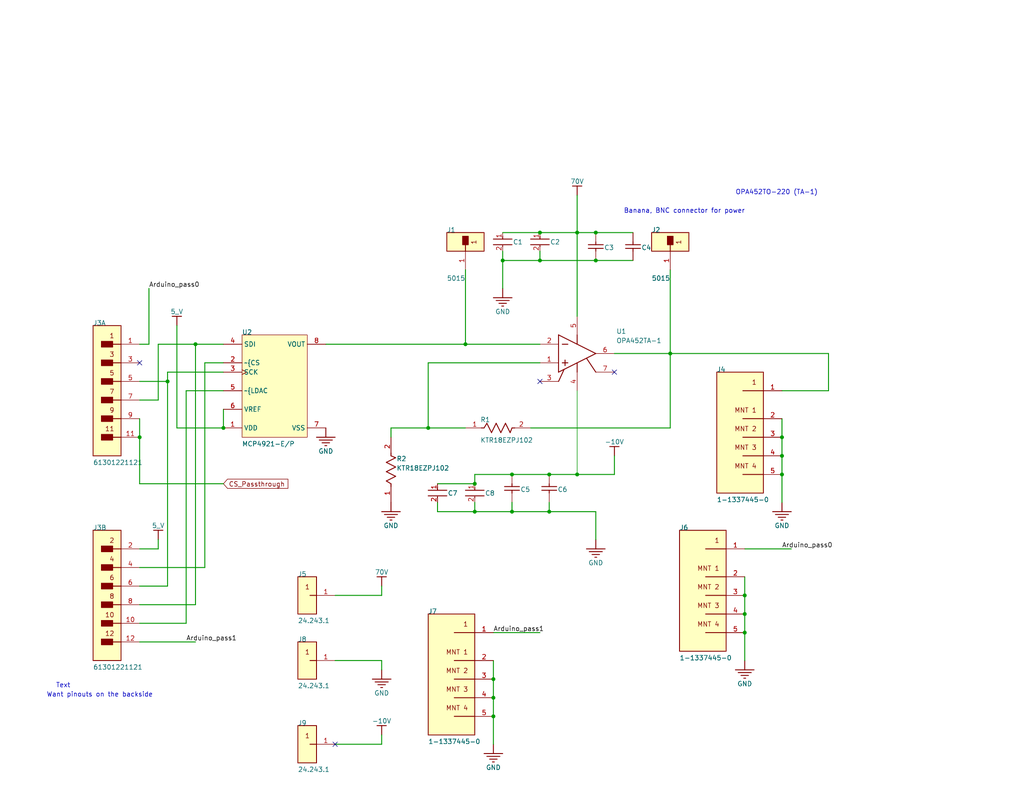
<source format=kicad_sch>
(kicad_sch (version 20211123) (generator eeschema)
  (paper "A")
  (lib_symbols
    (symbol "ramp_generator-altium-import:-10V" (power)
      (property "Reference" "#PWR" (at 0 0 0))
      (property "Value" "-10V" (at 0 3.81 0))
      (symbol "-10V_0_0"
        (polyline (pts (xy -1.27 -2.54) (xy 1.27 -2.54)) (stroke (width 0.254)))
        (polyline (pts (xy 0 0) (xy 0 -2.54)) (stroke (width 0.254)))
        (pin power_in line (at 0 0 0) (length 0) hide (name "-10V") (number ""))
      )
    )
    (symbol "ramp_generator-altium-import:0_1029c3af85768c4190bb7ad29bc67b5"
      (property "Value" "0_1029c3af85768c4190bb7ad29bc67b5" (at 0 0 0))
      (symbol "0_1029c3af85768c4190bb7ad29bc67b5_1_0"
        (polyline (pts (xy 5.08 0) (xy 4.318 0)) (stroke (width 0.254)))
        (polyline (pts (xy 5.08 0) (xy 5.842 1.27)) (stroke (width 0.254)))
        (polyline (pts (xy 5.842 1.27) (xy 7.112 -1.27)) (stroke (width 0.254)))
        (polyline (pts (xy 7.112 -1.27) (xy 8.382 1.27)) (stroke (width 0.254)))
        (polyline (pts (xy 8.382 1.27) (xy 9.652 -1.27)) (stroke (width 0.254)))
        (polyline (pts (xy 9.652 -1.27) (xy 10.922 1.27)) (stroke (width 0.254)))
        (polyline (pts (xy 10.922 1.27) (xy 12.192 -1.27)) (stroke (width 0.254)))
        (polyline (pts (xy 12.192 -1.27) (xy 12.7 0)) (stroke (width 0.254)))
        (polyline (pts (xy 12.7 0) (xy 13.462 0)) (stroke (width 0.254)))
        (pin passive line (at 0 0 0) (length 5.08) (name "1") (number "1"))
        (pin passive line (at 17.78 0 180) (length 5.08) (name "2") (number "2"))
      )
    )
    (symbol "ramp_generator-altium-import:0_11868f565c42a9108669ba33697ecf6"
      (property "Value" "0_11868f565c42a9108669ba33697ecf6" (at 0 0 0))
      (symbol "0_11868f565c42a9108669ba33697ecf6_1_0"
        (polyline (pts (xy 0 -3.556) (xy 0 -3.81)) (stroke (width 0.254)))
        (polyline (pts (xy 0 -1.778) (xy 0 -1.016)) (stroke (width 0.254)))
        (polyline (pts (xy 2.54 -3.302) (xy -2.54 -3.302)) (stroke (width 0.254)))
        (polyline (pts (xy 2.54 -1.778) (xy -2.54 -1.778)) (stroke (width 0.254)))
        (pin passive line (at 0 0 270) (length 1.778) (name "1") (number "1"))
        (pin passive line (at 0 -5.08 90) (length 1.524) (name "2") (number "2"))
      )
    )
    (symbol "ramp_generator-altium-import:0_803cea653fbe7ecf087c1bc3cef566d"
      (property "Value" "0_803cea653fbe7ecf087c1bc3cef566d" (at 0 0 0))
      (symbol "0_803cea653fbe7ecf087c1bc3cef566d_1_0"
        (rectangle (start -7.366 -24.638) (end -10.414 -26.162) (stroke (width 0.254)) (fill (type outline)))
        (rectangle (start -7.366 -19.558) (end -10.414 -21.082) (stroke (width 0.254)) (fill (type outline)))
        (rectangle (start -7.366 -14.478) (end -10.414 -16.002) (stroke (width 0.254)) (fill (type outline)))
        (rectangle (start -7.366 -9.398) (end -10.414 -10.922) (stroke (width 0.254)) (fill (type outline)))
        (rectangle (start -7.366 -4.318) (end -10.414 -5.842) (stroke (width 0.254)) (fill (type outline)))
        (rectangle (start -7.366 0.762) (end -10.414 -0.762) (stroke (width 0.254)) (fill (type outline)))
        (rectangle (start -5.08 5.08) (end -12.7 -30.48) (stroke (width 0.254)) (fill (type background)))
        (polyline (pts (xy -8.128 -25.4) (xy -5.08 -25.4)) (stroke (width 0.254)))
        (polyline (pts (xy -8.128 -20.32) (xy -5.08 -20.32)) (stroke (width 0.254)))
        (polyline (pts (xy -8.128 -15.24) (xy -5.08 -15.24)) (stroke (width 0.254)))
        (polyline (pts (xy -8.128 -10.16) (xy -5.08 -10.16)) (stroke (width 0.254)))
        (polyline (pts (xy -8.128 -5.08) (xy -5.08 -5.08)) (stroke (width 0.254)))
        (polyline (pts (xy -8.128 0) (xy -5.08 0)) (stroke (width 0.254)))
        (text "1" (at -6.858 3.048 0) (effects (font (size 1.27 1.27)) (justify right top)))
        (text "11" (at -6.858 -22.352 0) (effects (font (size 1.27 1.27)) (justify right top)))
        (text "3" (at -6.858 -2.032 0) (effects (font (size 1.27 1.27)) (justify right top)))
        (text "5" (at -6.858 -7.112 0) (effects (font (size 1.27 1.27)) (justify right top)))
        (text "7" (at -6.858 -12.192 0) (effects (font (size 1.27 1.27)) (justify right top)))
        (text "9" (at -6.858 -17.272 0) (effects (font (size 1.27 1.27)) (justify right top)))
        (pin passive line (at 0 0 180) (length 5.08) (name "1") (number "1"))
        (pin passive line (at 0 -25.4 180) (length 5.08) (name "11") (number "11"))
        (pin passive line (at 0 -5.08 180) (length 5.08) (name "3") (number "3"))
        (pin passive line (at 0 -10.16 180) (length 5.08) (name "5") (number "5"))
        (pin passive line (at 0 -15.24 180) (length 5.08) (name "7") (number "7"))
        (pin passive line (at 0 -20.32 180) (length 5.08) (name "9") (number "9"))
      )
      (symbol "0_803cea653fbe7ecf087c1bc3cef566d_2_0"
        (rectangle (start -7.366 -24.638) (end -10.414 -26.162) (stroke (width 0.254)) (fill (type outline)))
        (rectangle (start -7.366 -19.558) (end -10.414 -21.082) (stroke (width 0.254)) (fill (type outline)))
        (rectangle (start -7.366 -14.478) (end -10.414 -16.002) (stroke (width 0.254)) (fill (type outline)))
        (rectangle (start -7.366 -9.398) (end -10.414 -10.922) (stroke (width 0.254)) (fill (type outline)))
        (rectangle (start -7.366 -4.318) (end -10.414 -5.842) (stroke (width 0.254)) (fill (type outline)))
        (rectangle (start -7.366 0.762) (end -10.414 -0.762) (stroke (width 0.254)) (fill (type outline)))
        (rectangle (start -5.08 5.08) (end -12.7 -30.48) (stroke (width 0.254)) (fill (type background)))
        (polyline (pts (xy -8.128 -25.4) (xy -5.08 -25.4)) (stroke (width 0.254)))
        (polyline (pts (xy -8.128 -20.32) (xy -5.08 -20.32)) (stroke (width 0.254)))
        (polyline (pts (xy -8.128 -15.24) (xy -5.08 -15.24)) (stroke (width 0.254)))
        (polyline (pts (xy -8.128 -10.16) (xy -5.08 -10.16)) (stroke (width 0.254)))
        (polyline (pts (xy -8.128 -5.08) (xy -5.08 -5.08)) (stroke (width 0.254)))
        (polyline (pts (xy -8.128 0) (xy -5.08 0)) (stroke (width 0.254)))
        (text "10" (at -6.858 -17.272 0) (effects (font (size 1.27 1.27)) (justify right top)))
        (text "12" (at -6.858 -22.352 0) (effects (font (size 1.27 1.27)) (justify right top)))
        (text "2" (at -6.858 3.048 0) (effects (font (size 1.27 1.27)) (justify right top)))
        (text "4" (at -6.858 -2.032 0) (effects (font (size 1.27 1.27)) (justify right top)))
        (text "6" (at -6.858 -7.112 0) (effects (font (size 1.27 1.27)) (justify right top)))
        (text "8" (at -6.858 -12.192 0) (effects (font (size 1.27 1.27)) (justify right top)))
        (pin passive line (at 0 -20.32 180) (length 5.08) (name "10") (number "10"))
        (pin passive line (at 0 -25.4 180) (length 5.08) (name "12") (number "12"))
        (pin passive line (at 0 0 180) (length 5.08) (name "2") (number "2"))
        (pin passive line (at 0 -5.08 180) (length 5.08) (name "4") (number "4"))
        (pin passive line (at 0 -10.16 180) (length 5.08) (name "6") (number "6"))
        (pin passive line (at 0 -15.24 180) (length 5.08) (name "8") (number "8"))
      )
    )
    (symbol "ramp_generator-altium-import:0_98815daf2f2c152b0c43f5ab9800df6"
      (property "Value" "0_98815daf2f2c152b0c43f5ab9800df6" (at 0 0 0))
      (symbol "0_98815daf2f2c152b0c43f5ab9800df6_1_0"
        (rectangle (start -5.08 5.08) (end -10.16 -5.08) (stroke (width 0.254)) (fill (type background)))
        (polyline (pts (xy -6.858 0) (xy -5.08 0)) (stroke (width 0.254)))
        (text "1" (at -6.858 3.048 0) (effects (font (size 1.27 1.27)) (justify right top)))
        (pin passive line (at 0 0 180) (length 5.08) (name "1") (number "1"))
      )
    )
    (symbol "ramp_generator-altium-import:0_CON-DAC-MCP4921-8"
      (property "Value" "0_CON-DAC-MCP4921-8" (at 0 0 0))
      (symbol "0_CON-DAC-MCP4921-8_1_0"
        (rectangle (start 17.78 0) (end 0 -27.94) (fill (type background)))
        (pin power_in line (at -5.08 -25.4 0) (length 5.08) (name "VDD") (number "1"))
        (pin input line (at -5.08 -7.62 0) (length 5.08) (name "~{CS") (number "2"))
        (pin input clock (at -5.08 -10.16 0) (length 5.08) (name "SCK") (number "3"))
        (pin input line (at -5.08 -2.54 0) (length 5.08) (name "SDI") (number "4"))
        (pin input line (at -5.08 -15.24 0) (length 5.08) (name "~{LDAC") (number "5"))
        (pin input line (at -5.08 -20.32 0) (length 5.08) (name "VREF") (number "6"))
        (pin power_in line (at 22.86 -25.4 180) (length 5.08) (name "VSS") (number "7"))
        (pin output line (at 22.86 -2.54 180) (length 5.08) (name "VOUT") (number "8"))
      )
    )
    (symbol "ramp_generator-altium-import:0_TI-OPA452_453-7"
      (property "Value" "0_TI-OPA452_453-7" (at 0 0 0))
      (symbol "0_TI-OPA452_453-7_1_0"
        (polyline (pts (xy 0 -10.16) (xy 10.16 -5.08)) (stroke (width 0.254)))
        (polyline (pts (xy 0 0) (xy 0 -10.16)) (stroke (width 0.254)))
        (polyline (pts (xy 0 0) (xy 10.16 -5.08)) (stroke (width 0.254)))
        (polyline (pts (xy 1.016 -7.62) (xy 2.54 -7.62)) (stroke (width 0.254)))
        (polyline (pts (xy 1.016 -2.54) (xy 2.54 -2.54)) (stroke (width 0.254)))
        (polyline (pts (xy 1.524 -9.398) (xy 0 -12.7)) (stroke (width 0.254)))
        (polyline (pts (xy 1.778 -6.858) (xy 1.778 -8.382)) (stroke (width 0.254)))
        (polyline (pts (xy 5.08 -7.62) (xy 5.08 -10.16)) (stroke (width 0.254)))
        (polyline (pts (xy 5.08 0) (xy 5.08 -2.54)) (stroke (width 0.254)))
        (polyline (pts (xy 7.62 -6.35) (xy 10.16 -10.16)) (stroke (width 0.254)))
        (pin input line (at -5.08 -7.62 0) (length 5.08) (name "VIN+") (number "1"))
        (pin input line (at -5.08 -2.54 0) (length 5.08) (name "VIN-") (number "2"))
        (pin passive line (at -5.08 -12.7 0) (length 5.08) (name "NC") (number "3"))
        (pin power_in line (at 5.08 -15.24 90) (length 5.08) (name "V-") (number "4"))
        (pin power_in line (at 5.08 5.08 270) (length 5.08) (name "V+") (number "5"))
        (pin output line (at 15.24 -5.08 180) (length 5.08) (name "VO") (number "6"))
        (pin output line (at 15.24 -10.16 180) (length 5.08) (name "FLAG") (number "7"))
      )
    )
    (symbol "ramp_generator-altium-import:0_c65b8a639cdaef1819ea20b5466f8fa"
      (property "Value" "0_c65b8a639cdaef1819ea20b5466f8fa" (at 0 0 0))
      (symbol "0_c65b8a639cdaef1819ea20b5466f8fa_1_0"
        (rectangle (start -5.08 5.08) (end -17.78 -27.94) (stroke (width 0.254)) (fill (type background)))
        (polyline (pts (xy -10.668 -22.86) (xy -5.08 -22.86)) (stroke (width 0.254)))
        (polyline (pts (xy -10.668 -17.78) (xy -5.08 -17.78)) (stroke (width 0.254)))
        (polyline (pts (xy -10.668 -12.7) (xy -5.08 -12.7)) (stroke (width 0.254)))
        (polyline (pts (xy -10.668 -7.62) (xy -5.08 -7.62)) (stroke (width 0.254)))
        (polyline (pts (xy -10.668 0) (xy -5.08 0)) (stroke (width 0.254)))
        (text "1" (at -6.858 3.048 0) (effects (font (size 1.27 1.27)) (justify right top)))
        (text "MNT 1" (at -6.858 -4.572 0) (effects (font (size 1.27 1.27)) (justify right top)))
        (text "MNT 2" (at -6.858 -9.652 0) (effects (font (size 1.27 1.27)) (justify right top)))
        (text "MNT 3" (at -6.858 -14.732 0) (effects (font (size 1.27 1.27)) (justify right top)))
        (text "MNT 4" (at -6.858 -19.812 0) (effects (font (size 1.27 1.27)) (justify right top)))
        (pin passive line (at 0 0 180) (length 5.08) (name "1") (number "1"))
        (pin passive line (at 0 -7.62 180) (length 5.08) (name "MNT_1") (number "2"))
        (pin passive line (at 0 -12.7 180) (length 5.08) (name "MNT_2") (number "3"))
        (pin passive line (at 0 -17.78 180) (length 5.08) (name "MNT_3") (number "4"))
        (pin passive line (at 0 -22.86 180) (length 5.08) (name "MNT_4") (number "5"))
      )
    )
    (symbol "ramp_generator-altium-import:1_1029c3af85768c4190bb7ad29bc67b5"
      (property "Value" "1_1029c3af85768c4190bb7ad29bc67b5" (at 0 0 0))
      (symbol "1_1029c3af85768c4190bb7ad29bc67b5_1_0"
        (polyline (pts (xy -1.27 5.842) (xy 1.27 7.112)) (stroke (width 0.254)))
        (polyline (pts (xy -1.27 8.382) (xy 1.27 9.652)) (stroke (width 0.254)))
        (polyline (pts (xy -1.27 10.922) (xy 1.27 12.192)) (stroke (width 0.254)))
        (polyline (pts (xy 0 5.08) (xy -1.27 5.842)) (stroke (width 0.254)))
        (polyline (pts (xy 0 5.08) (xy 0 4.318)) (stroke (width 0.254)))
        (polyline (pts (xy 0 12.7) (xy 0 13.462)) (stroke (width 0.254)))
        (polyline (pts (xy 1.27 7.112) (xy -1.27 8.382)) (stroke (width 0.254)))
        (polyline (pts (xy 1.27 9.652) (xy -1.27 10.922)) (stroke (width 0.254)))
        (polyline (pts (xy 1.27 12.192) (xy 0 12.7)) (stroke (width 0.254)))
        (pin passive line (at 0 0 90) (length 5.08) (name "1") (number "1"))
        (pin passive line (at 0 17.78 270) (length 5.08) (name "2") (number "2"))
      )
    )
    (symbol "ramp_generator-altium-import:1_CAP"
      (property "Value" "1_CAP" (at 0 0 0))
      (symbol "1_CAP_1_0"
        (polyline (pts (xy 0.508 1.778) (xy 4.572 1.778)) (stroke (width 0.254)))
        (polyline (pts (xy 2.54 0) (xy 2.54 0.762)) (stroke (width 0.254)))
        (polyline (pts (xy 2.54 2.54) (xy 2.54 1.778)) (stroke (width 0.254)))
        (polyline (pts (xy 4.572 0.762) (xy 0.508 0.762)) (stroke (width 0.254)))
        (pin passive line (at 2.54 -2.54 90) (length 2.54) (name "1") (number "1"))
        (pin passive line (at 2.54 5.08 270) (length 2.54) (name "2") (number "2"))
      )
    )
    (symbol "ramp_generator-altium-import:3_CAP"
      (property "Value" "3_CAP" (at 0 0 0))
      (symbol "3_CAP_1_0"
        (polyline (pts (xy -4.572 -0.762) (xy -0.508 -0.762)) (stroke (width 0.254)))
        (polyline (pts (xy -2.54 -2.54) (xy -2.54 -1.778)) (stroke (width 0.254)))
        (polyline (pts (xy -2.54 0) (xy -2.54 -0.762)) (stroke (width 0.254)))
        (polyline (pts (xy -0.508 -1.778) (xy -4.572 -1.778)) (stroke (width 0.254)))
        (pin passive line (at -2.54 2.54 270) (length 2.54) (name "1") (number "1"))
        (pin passive line (at -2.54 -5.08 90) (length 2.54) (name "2") (number "2"))
      )
    )
    (symbol "ramp_generator-altium-import:3_dd45045ce8184df9e99e12baf3f412c"
      (property "Value" "3_dd45045ce8184df9e99e12baf3f412c" (at 0 0 0))
      (symbol "3_dd45045ce8184df9e99e12baf3f412c_1_0"
        (polyline (pts (xy 0 6.858) (xy 0 5.08)) (stroke (width 0.254)))
        (rectangle (start 0.762 9.144) (end -0.762 6.858) (stroke (width 0.254)) (fill (type outline)))
        (rectangle (start 5.08 10.16) (end -5.08 5.08) (stroke (width 0.254)) (fill (type background)))
        (text "1" (at 3.048 6.858 900) (effects (font (size 1.27 1.27)) (justify left bottom)))
        (pin passive line (at 0 0 90) (length 5.08) (name "1") (number "1"))
      )
    )
    (symbol "ramp_generator-altium-import:5 V" (power)
      (property "Reference" "#PWR" (at 0 0 0))
      (property "Value" "5 V" (at 0 3.81 0))
      (symbol "5 V_0_0"
        (polyline (pts (xy -1.27 -2.54) (xy 1.27 -2.54)) (stroke (width 0.254)))
        (polyline (pts (xy 0 0) (xy 0 -2.54)) (stroke (width 0.254)))
        (pin power_in line (at 0 0 0) (length 0) hide (name "5_V") (number ""))
      )
    )
    (symbol "ramp_generator-altium-import:70V" (power)
      (property "Reference" "#PWR" (at 0 0 0))
      (property "Value" "70V" (at 0 3.81 0))
      (symbol "70V_0_0"
        (polyline (pts (xy -1.27 -2.54) (xy 1.27 -2.54)) (stroke (width 0.254)))
        (polyline (pts (xy 0 0) (xy 0 -2.54)) (stroke (width 0.254)))
        (pin power_in line (at 0 0 0) (length 0) hide (name "70V") (number ""))
      )
    )
    (symbol "ramp_generator-altium-import:GND" (power)
      (property "Reference" "#PWR" (at 0 0 0))
      (property "Value" "GND" (at 0 6.35 0))
      (symbol "GND_0_0"
        (polyline (pts (xy -2.54 -2.54) (xy 2.54 -2.54)) (stroke (width 0.254)))
        (polyline (pts (xy -1.778 -3.302) (xy 1.778 -3.302)) (stroke (width 0.254)))
        (polyline (pts (xy -1.016 -4.064) (xy 1.016 -4.064)) (stroke (width 0.254)))
        (polyline (pts (xy -0.254 -4.826) (xy 0.254 -4.826)) (stroke (width 0.254)))
        (polyline (pts (xy 0 0) (xy 0 -2.54)) (stroke (width 0.254)))
        (pin power_in line (at 0 0 0) (length 0) hide (name "GND") (number ""))
      )
    )
  )
  (junction (at 149.86 139.7))
  (junction (at 147.32 63.5))
  (junction (at 53.34 93.98))
  (junction (at 162.56 71.12))
  (junction (at 134.62 195.58))
  (junction (at 129.54 139.7))
  (junction (at 137.16 71.12))
  (junction (at 149.86 129.54))
  (junction (at 213.36 129.54))
  (junction (at 213.36 119.38))
  (junction (at 203.2 172.72))
  (junction (at 157.48 129.54))
  (junction (at 139.7 129.54))
  (junction (at 162.56 63.5))
  (junction (at 147.32 71.12))
  (junction (at 38.1 119.38))
  (junction (at 129.54 132.08))
  (junction (at 203.2 167.64))
  (junction (at 134.62 185.42))
  (junction (at 134.62 190.5))
  (junction (at 157.48 63.5))
  (junction (at 182.88 96.52))
  (junction (at 139.7 139.7))
  (junction (at 60.96 116.84))
  (junction (at 127 93.98))
  (junction (at 116.84 116.84))
  (junction (at 203.2 162.56))
  (junction (at 213.36 124.46))
  (junction (at 45.72 104.14))
  (no_connect (at 91.44 203.2))
  (no_connect (at 147.32 104.14))
  (no_connect (at 167.64 101.6))
  (no_connect (at 38.1 99.06))
  (wire (pts (xy 91.44 203.2) (xy 104.14 203.2)) (stroke (width 0.254)))
  (wire (pts (xy 116.84 99.06) (xy 116.84 116.84)) (stroke (width 0.254)))
  (wire (pts (xy 226.06 96.52) (xy 226.06 106.68)) (stroke (width 0.254)))
  (wire (pts (xy 137.16 71.12) (xy 147.32 71.12)) (stroke (width 0.254)))
  (wire (pts (xy 213.36 114.3) (xy 213.36 119.38)) (stroke (width 0.254)))
  (wire (pts (xy 91.44 180.34) (xy 104.14 180.34)) (stroke (width 0.254)))
  (wire (pts (xy 60.96 116.84) (xy 48.26 116.84)) (stroke (width 0.254)))
  (wire (pts (xy 147.32 68.58) (xy 147.32 71.12)) (stroke (width 0.254)))
  (wire (pts (xy 38.1 104.14) (xy 45.72 104.14)) (stroke (width 0.254)))
  (wire (pts (xy 149.86 139.7) (xy 162.56 139.7)) (stroke (width 0.254)))
  (wire (pts (xy 162.56 63.5) (xy 172.72 63.5)) (stroke (width 0.254)))
  (wire (pts (xy 50.8 170.18) (xy 50.8 106.68)) (stroke (width 0.254)))
  (wire (pts (xy 43.18 93.98) (xy 53.34 93.98)) (stroke (width 0.254)))
  (wire (pts (xy 129.54 129.54) (xy 129.54 132.08)) (stroke (width 0.254)))
  (wire (pts (xy 162.56 139.7) (xy 162.56 147.32)) (stroke (width 0.254)))
  (wire (pts (xy 182.88 96.52) (xy 226.06 96.52)) (stroke (width 0.254)))
  (wire (pts (xy 203.2 149.86) (xy 215.9 149.86)) (stroke (width 0.254)))
  (wire (pts (xy 203.2 162.56) (xy 203.2 167.64)) (stroke (width 0.254)))
  (wire (pts (xy 167.64 129.54) (xy 167.64 124.46)) (stroke (width 0.254)))
  (wire (pts (xy 129.54 137.16) (xy 129.54 139.7)) (stroke (width 0.254)))
  (wire (pts (xy 45.72 160.02) (xy 45.72 104.14)) (stroke (width 0.254)))
  (wire (pts (xy 134.62 172.72) (xy 147.32 172.72)) (stroke (width 0.254)))
  (wire (pts (xy 53.34 93.98) (xy 60.96 93.98)) (stroke (width 0.254)))
  (wire (pts (xy 203.2 157.48) (xy 203.2 162.56)) (stroke (width 0.254)))
  (wire (pts (xy 182.88 73.66) (xy 182.88 96.52)) (stroke (width 0.254)))
  (wire (pts (xy 226.06 106.68) (xy 213.36 106.68)) (stroke (width 0.254)))
  (wire (pts (xy 213.36 124.46) (xy 213.36 129.54)) (stroke (width 0.254)))
  (wire (pts (xy 182.88 96.52) (xy 167.64 96.52)) (stroke (width 0.254)))
  (wire (pts (xy 119.38 139.7) (xy 129.54 139.7)) (stroke (width 0.254)))
  (wire (pts (xy 157.48 106.68) (xy 157.48 129.54)))
  (wire (pts (xy 134.62 185.42) (xy 134.62 190.5)) (stroke (width 0.254)))
  (wire (pts (xy 134.62 180.34) (xy 134.62 185.42)) (stroke (width 0.254)))
  (wire (pts (xy 162.56 71.12) (xy 172.72 71.12)) (stroke (width 0.254)))
  (wire (pts (xy 50.8 106.68) (xy 60.96 106.68)) (stroke (width 0.254)))
  (wire (pts (xy 137.16 68.58) (xy 137.16 71.12)) (stroke (width 0.254)))
  (wire (pts (xy 104.14 162.56) (xy 104.14 160.02)) (stroke (width 0.254)))
  (wire (pts (xy 157.48 63.5) (xy 162.56 63.5)) (stroke (width 0.254)))
  (wire (pts (xy 60.96 132.08) (xy 38.1 132.08)) (stroke (width 0.254)))
  (wire (pts (xy 38.1 109.22) (xy 43.18 109.22)) (stroke (width 0.254)))
  (wire (pts (xy 139.7 137.16) (xy 139.7 139.7)) (stroke (width 0.254)))
  (wire (pts (xy 127 93.98) (xy 147.32 93.98)) (stroke (width 0.254)))
  (wire (pts (xy 55.88 99.06) (xy 60.96 99.06)) (stroke (width 0.254)))
  (wire (pts (xy 119.38 137.16) (xy 119.38 139.7)) (stroke (width 0.254)))
  (wire (pts (xy 134.62 190.5) (xy 134.62 195.58)) (stroke (width 0.254)))
  (wire (pts (xy 213.36 119.38) (xy 213.36 124.46)) (stroke (width 0.254)))
  (wire (pts (xy 157.48 53.34) (xy 157.48 63.5)) (stroke (width 0.254)))
  (wire (pts (xy 48.26 116.84) (xy 48.26 88.9)) (stroke (width 0.254)))
  (wire (pts (xy 38.1 170.18) (xy 50.8 170.18)) (stroke (width 0.254)))
  (wire (pts (xy 157.48 129.54) (xy 149.86 129.54)) (stroke (width 0.254)))
  (wire (pts (xy 91.44 162.56) (xy 104.14 162.56)) (stroke (width 0.254)))
  (wire (pts (xy 40.64 93.98) (xy 40.64 78.74)) (stroke (width 0.254)))
  (wire (pts (xy 60.96 111.76) (xy 60.96 116.84)) (stroke (width 0.254)))
  (wire (pts (xy 182.88 116.84) (xy 182.88 96.52)) (stroke (width 0.254)))
  (wire (pts (xy 149.86 139.7) (xy 149.86 137.16)) (stroke (width 0.254)))
  (wire (pts (xy 149.86 129.54) (xy 139.7 129.54)) (stroke (width 0.254)))
  (wire (pts (xy 53.34 165.1) (xy 53.34 93.98)) (stroke (width 0.254)))
  (wire (pts (xy 38.1 132.08) (xy 38.1 119.38)) (stroke (width 0.254)))
  (wire (pts (xy 213.36 129.54) (xy 213.36 137.16)) (stroke (width 0.254)))
  (wire (pts (xy 139.7 139.7) (xy 149.86 139.7)) (stroke (width 0.254)))
  (wire (pts (xy 157.48 63.5) (xy 157.48 86.36)) (stroke (width 0.254)))
  (wire (pts (xy 129.54 139.7) (xy 139.7 139.7)) (stroke (width 0.254)))
  (wire (pts (xy 43.18 109.22) (xy 43.18 93.98)) (stroke (width 0.254)))
  (wire (pts (xy 38.1 160.02) (xy 45.72 160.02)) (stroke (width 0.254)))
  (wire (pts (xy 88.9 93.98) (xy 127 93.98)) (stroke (width 0.254)))
  (wire (pts (xy 147.32 71.12) (xy 162.56 71.12)) (stroke (width 0.254)))
  (wire (pts (xy 38.1 175.26) (xy 53.34 175.26)) (stroke (width 0.254)))
  (wire (pts (xy 45.72 104.14) (xy 45.72 101.6)) (stroke (width 0.254)))
  (wire (pts (xy 55.88 154.94) (xy 55.88 99.06)) (stroke (width 0.254)))
  (wire (pts (xy 119.38 132.08) (xy 129.54 132.08)) (stroke (width 0.254)))
  (wire (pts (xy 43.18 149.86) (xy 38.1 149.86)) (stroke (width 0.254)))
  (wire (pts (xy 137.16 63.5) (xy 147.32 63.5)) (stroke (width 0.254)))
  (wire (pts (xy 134.62 195.58) (xy 134.62 203.2)) (stroke (width 0.254)))
  (wire (pts (xy 144.78 116.84) (xy 182.88 116.84)) (stroke (width 0.254)))
  (wire (pts (xy 203.2 167.64) (xy 203.2 172.72)) (stroke (width 0.254)))
  (wire (pts (xy 106.68 116.84) (xy 116.84 116.84)) (stroke (width 0.254)))
  (wire (pts (xy 139.7 129.54) (xy 129.54 129.54)) (stroke (width 0.254)))
  (wire (pts (xy 38.1 114.3) (xy 38.1 119.38)) (stroke (width 0.254)))
  (wire (pts (xy 38.1 154.94) (xy 55.88 154.94)) (stroke (width 0.254)))
  (wire (pts (xy 104.14 180.34) (xy 104.14 182.88)) (stroke (width 0.254)))
  (wire (pts (xy 38.1 93.98) (xy 40.64 93.98)) (stroke (width 0.254)))
  (wire (pts (xy 127 73.66) (xy 127 93.98)) (stroke (width 0.254)))
  (wire (pts (xy 104.14 203.2) (xy 104.14 200.66)) (stroke (width 0.254)))
  (wire (pts (xy 147.32 99.06) (xy 116.84 99.06)) (stroke (width 0.254)))
  (wire (pts (xy 116.84 116.84) (xy 127 116.84)) (stroke (width 0.254)))
  (wire (pts (xy 45.72 101.6) (xy 60.96 101.6)) (stroke (width 0.254)))
  (wire (pts (xy 106.68 119.38) (xy 106.68 116.84)) (stroke (width 0.254)))
  (wire (pts (xy 147.32 63.5) (xy 157.48 63.5)) (stroke (width 0.254)))
  (wire (pts (xy 43.18 147.32) (xy 43.18 149.86)) (stroke (width 0.254)))
  (wire (pts (xy 157.48 129.54) (xy 167.64 129.54)) (stroke (width 0.254)))
  (wire (pts (xy 137.16 71.12) (xy 137.16 78.74)) (stroke (width 0.254)))
  (wire (pts (xy 203.2 172.72) (xy 203.2 180.34)) (stroke (width 0.254)))
  (wire (pts (xy 38.1 165.1) (xy 53.34 165.1)) (stroke (width 0.254)))
  (text "Banana, BNC connector for power" (at 170.18 58.42 180) (effects (font (size 1.27 1.27)) (justify left bottom)))
  (text "" (at 187.96 96.52 180) (effects (font (size 1.27 1.27)) (justify left bottom)))
  (text "Text" (at 15.24 187.96 180) (effects (font (size 1.27 1.27)) (justify left bottom)))
  (text "OPA452TO-220 (TA-1)" (at 200.66 53.34 180) (effects (font (size 1.27 1.27)) (justify left bottom)))
  (text "Want pinouts on the backside" (at 12.7 190.5 180) (effects (font (size 1.27 1.27)) (justify left bottom)))
  (label "Arduino_pass0" (at 40.64 78.74 0))
  (label "Arduino_pass1" (at 50.8 175.26 0))
  (label "Arduino_pass0" (at 213.36 149.86 0))
  (label "Arduino_pass1" (at 134.62 172.72 0))
  (global_label "CS_Passthrough" (shape input) (at 60.96 132.08 0) (property "Intersheet References" "${INTERSHEET_REFS}" (effects hide)))
  (symbol (lib_id "ramp_generator-altium-import:0_803cea653fbe7ecf087c1bc3cef566d") (at 38.1 93.98 0) (unit 1)
    (property "Reference" "J3" (at 25.4 88.9 0) (effects (justify left bottom)))
    (property "Value" "61301221121" (at 25.4 127 0) (effects (justify left bottom)))
    (property "Footprint" "oldLibrary:FP-61301221121-MFG" (effects hide))
    (property "NUMBER OF CONTACTS" "12" (effects hide))
    (property "MOUNT" "Through Hole" (effects hide))
    (property "ROW SPACING" "0.1inch" (effects hide))
    (property "FLAMMABILITY RATING" "UL94 V-0" (effects hide))
    (property "TERMINATION" "Solder" (effects hide))
    (property "FASTENING TYPE" "Pull" (effects hide))
    (property "MAX OPERATING TEMPERATURE" "105°C" (effects hide))
    (property "CONTACT MATING LENGTH" "0.236inch" (effects hide))
    (property "VOLTAGE RATING" "250V" (effects hide))
    (property "CONTACT MATERIAL" "Copper Alloy" (effects hide))
    (property "COLOR" "Black" (effects hide))
    (property "INSULATION COLOR" "Black" (effects hide))
    (property "CONNECTOR TYPE" "Header" (effects hide))
    (property "CONTACT SHAPE" "Square" (effects hide))
    (property "CONTACT TYPE" "Male Pin" (effects hide))
    (property "CONTACT PLATING" "Gold" (effects hide))
    (property "MIN OPERATING TEMPERATURE" "-40°C" (effects hide))
    (property "INSULATION MATERIAL" "Nylon" (effects hide))
    (property "SERIES" "WR-PHD" (effects hide))
    (property "ROHS COMPLIANT" "Yes" (effects hide))
    (property "NUMBER OF POSITIONS" "12" (effects hide))
    (property "PACKAGING" "Bulk" (effects hide))
    (property "GENDER" "Male" (effects hide))
    (property "CONTACT FINISH - MATING" "GOLD" (effects hide))
    (property "NUMBER OF ROWS" "2" (effects hide))
    (property "PITCH" "0.1inch" (effects hide))
  )
  (symbol (lib_id "ramp_generator-altium-import:1_CAP") (at 137.16 134.62 0) (unit 1)
    (property "Reference" "C5" (at 141.986 134.366 0) (effects (justify left bottom)))
    (property "Value" "CAP 100pF 100V 1206(3216)" (effects hide))
    (property "Footprint" "oldLibrary:CAPC1206(3216)100_N" (effects hide))
    (property "CASE-METRIC" "3216" (effects hide))
    (property "MAX THICKNESS" "1 mm" (effects hide))
    (property "TOLERANCE" "Â±1%" (effects hide))
    (property "RATED VOLTAGE" "100 V" (effects hide))
    (property "CASE-EIA" "1206" (effects hide))
    (property "TECHNOLOGY" "SMT" (effects hide))
    (property "ALTIUM_VALUE" "100pF" (effects hide))
  )
  (symbol (lib_id "ramp_generator-altium-import:0_11868f565c42a9108669ba33697ecf6") (at 137.16 63.5 0) (unit 1)
    (property "Reference" "C1" (at 139.954 66.802 0) (effects (justify left bottom)))
    (property "Value" "C3216JB1A106M160AA" (effects hide))
    (property "Footprint" "oldLibrary:FP-C3216-160-0_2-IPC_C" (effects hide))
    (property "MIN OPERATING TEMPERATURE" "-25°C" (effects hide))
    (property "MOUNT" "Surface Mount" (effects hide))
    (property "MAX OPERATING TEMPERATURE" "85°C" (effects hide))
    (property "CAPACITANCE" "10uF" (effects hide))
    (property "THICKNESS" "0.069inch" (effects hide))
    (property "VOLTAGE RATING" "10V" (effects hide))
    (property "CASE/PACKAGE" "1206" (effects hide))
    (property "DIELECTRIC MATERIAL" "Ceramic" (effects hide))
    (property "CASE CODE (METRIC)" "3216" (effects hide))
    (property "WIDTH" "0.063inch" (effects hide))
    (property "ROHS COMPLIANT" "Yes" (effects hide))
    (property "PACKAGE QUANTITY" "2000" (effects hide))
    (property "VOLTAGE RATING (DC)" "10V" (effects hide))
    (property "LEAD FREE" "Lead Free" (effects hide))
    (property "PACKAGING" "Cut Tape" (effects hide))
    (property "LENGTH" "0.126inch" (effects hide))
    (property "CASE CODE (IMPERIAL)" "1206" (effects hide))
    (property "SERIES" "C" (effects hide))
    (property "TOLERANCE" "20%" (effects hide))
  )
  (symbol (lib_id "ramp_generator-altium-import:3_dd45045ce8184df9e99e12baf3f412c") (at 127 73.66 0) (unit 1)
    (property "Reference" "J1" (at 121.92 63.5 0) (effects (justify left bottom)))
    (property "Value" "5015" (at 121.92 76.708 0) (effects (justify left bottom)))
    (property "Footprint" "oldLibrary:FP-5015-MFG" (effects hide))
    (property "CATEGORY" "Conn" (effects hide))
    (property "NUMBER OF CONTACTS" "1" (effects hide))
    (property "MANUFACTURER PART NUMBER" "5015" (effects hide))
    (property "MANUFACTURER" "keystone" (effects hide))
    (property "DIGIKEY DESCRIPTION" "PC TEST POINT MINIATURE" (effects hide))
    (property "AUTOMOTIVE" "No" (effects hide))
    (property "CONN ORIENTATION" "Straight" (effects hide))
    (property "LEAD FREE" "Yes" (effects hide))
    (property "OCTOPART" "https://octopart.com/5015-keystone-3822" (effects hide))
    (property "COMPONENTLINK2URL" "http://www.keyelco.com/product-pdf.cfm?p=1353" (effects hide))
    (property "PACKAGE" "5015" (effects hide))
    (property "ROHS" "TRUE" (effects hide))
    (property "DEVICE CLASS L3" "unset" (effects hide))
    (property "DEVICE CLASS L2" "unset" (effects hide))
    (property "CONTACT MATERIAL" "Silver" (effects hide))
    (property "DEVICE CLASS L1" "Connectors" (effects hide))
    (property "HEIGHT" "1.65mm" (effects hide))
    (property "COMPONENTLINK2DESCRIPTION" "Datasheet" (effects hide))
  )
  (symbol (lib_id "ramp_generator-altium-import:0_11868f565c42a9108669ba33697ecf6") (at 147.32 63.5 0) (unit 1)
    (property "Reference" "C2" (at 150.114 66.802 0) (effects (justify left bottom)))
    (property "Value" "C3216JB1A106M160AA" (effects hide))
    (property "Footprint" "oldLibrary:FP-C3216-160-0_2-IPC_C" (effects hide))
    (property "MIN OPERATING TEMPERATURE" "-25°C" (effects hide))
    (property "MOUNT" "Surface Mount" (effects hide))
    (property "MAX OPERATING TEMPERATURE" "85°C" (effects hide))
    (property "CAPACITANCE" "10uF" (effects hide))
    (property "THICKNESS" "0.069inch" (effects hide))
    (property "VOLTAGE RATING" "10V" (effects hide))
    (property "CASE/PACKAGE" "1206" (effects hide))
    (property "DIELECTRIC MATERIAL" "Ceramic" (effects hide))
    (property "CASE CODE (METRIC)" "3216" (effects hide))
    (property "WIDTH" "0.063inch" (effects hide))
    (property "ROHS COMPLIANT" "Yes" (effects hide))
    (property "PACKAGE QUANTITY" "2000" (effects hide))
    (property "VOLTAGE RATING (DC)" "10V" (effects hide))
    (property "LEAD FREE" "Lead Free" (effects hide))
    (property "PACKAGING" "Cut Tape" (effects hide))
    (property "LENGTH" "0.126inch" (effects hide))
    (property "CASE CODE (IMPERIAL)" "1206" (effects hide))
    (property "SERIES" "C" (effects hide))
    (property "TOLERANCE" "20%" (effects hide))
  )
  (symbol (lib_id "ramp_generator-altium-import:3_CAP") (at 152.4 132.08 0) (unit 1)
    (property "Reference" "C6" (at 152.146 134.366 0) (effects (justify left bottom)))
    (property "Value" "CAP 100pF 100V 1206(3216)" (effects hide))
    (property "Footprint" "oldLibrary:CAPC1206(3216)100_N" (effects hide))
    (property "CASE-METRIC" "3216" (effects hide))
    (property "MAX THICKNESS" "1 mm" (effects hide))
    (property "TOLERANCE" "Â±1%" (effects hide))
    (property "RATED VOLTAGE" "100 V" (effects hide))
    (property "CASE-EIA" "1206" (effects hide))
    (property "TECHNOLOGY" "SMT" (effects hide))
    (property "ALTIUM_VALUE" "100pF" (effects hide))
  )
  (symbol (lib_id "ramp_generator-altium-import:GND") (at 137.16 78.74 0) (unit 1)
    (property "Reference" "#PWR09" (effects hide))
    (property "Value" "GND" (at 137.16 85.09 0))
  )
  (symbol (lib_id "ramp_generator-altium-import:3_dd45045ce8184df9e99e12baf3f412c") (at 182.88 73.66 0) (unit 1)
    (property "Reference" "J2" (at 177.8 63.5 0) (effects (justify left bottom)))
    (property "Value" "5015" (at 177.8 76.708 0) (effects (justify left bottom)))
    (property "Footprint" "oldLibrary:FP-5015-MFG" (effects hide))
    (property "CATEGORY" "Conn" (effects hide))
    (property "NUMBER OF CONTACTS" "1" (effects hide))
    (property "MANUFACTURER PART NUMBER" "5015" (effects hide))
    (property "MANUFACTURER" "keystone" (effects hide))
    (property "DIGIKEY DESCRIPTION" "PC TEST POINT MINIATURE" (effects hide))
    (property "AUTOMOTIVE" "No" (effects hide))
    (property "CONN ORIENTATION" "Straight" (effects hide))
    (property "LEAD FREE" "Yes" (effects hide))
    (property "OCTOPART" "https://octopart.com/5015-keystone-3822" (effects hide))
    (property "COMPONENTLINK2URL" "http://www.keyelco.com/product-pdf.cfm?p=1353" (effects hide))
    (property "PACKAGE" "5015" (effects hide))
    (property "ROHS" "TRUE" (effects hide))
    (property "DEVICE CLASS L3" "unset" (effects hide))
    (property "DEVICE CLASS L2" "unset" (effects hide))
    (property "CONTACT MATERIAL" "Silver" (effects hide))
    (property "DEVICE CLASS L1" "Connectors" (effects hide))
    (property "HEIGHT" "1.65mm" (effects hide))
    (property "COMPONENTLINK2DESCRIPTION" "Datasheet" (effects hide))
  )
  (symbol (lib_id "ramp_generator-altium-import:70V") (at 104.14 160.02 180) (unit 1)
    (property "Reference" "#PWR04" (effects hide))
    (property "Value" "70V" (at 104.14 156.21 0))
  )
  (symbol (lib_id "ramp_generator-altium-import:0_803cea653fbe7ecf087c1bc3cef566d") (at 38.1 149.86 0) (unit 2)
    (property "Reference" "J3" (at 25.4 144.78 0) (effects (justify left bottom)))
    (property "Value" "61301221121" (at 25.4 182.88 0) (effects (justify left bottom)))
    (property "Footprint" "oldLibrary:FP-61301221121-MFG" (effects hide))
    (property "NUMBER OF CONTACTS" "12" (effects hide))
    (property "MOUNT" "Through Hole" (effects hide))
    (property "ROW SPACING" "0.1inch" (effects hide))
    (property "FLAMMABILITY RATING" "UL94 V-0" (effects hide))
    (property "TERMINATION" "Solder" (effects hide))
    (property "FASTENING TYPE" "Pull" (effects hide))
    (property "MAX OPERATING TEMPERATURE" "105°C" (effects hide))
    (property "CONTACT MATING LENGTH" "0.236inch" (effects hide))
    (property "VOLTAGE RATING" "250V" (effects hide))
    (property "CONTACT MATERIAL" "Copper Alloy" (effects hide))
    (property "COLOR" "Black" (effects hide))
    (property "INSULATION COLOR" "Black" (effects hide))
    (property "CONNECTOR TYPE" "Header" (effects hide))
    (property "CONTACT SHAPE" "Square" (effects hide))
    (property "CONTACT TYPE" "Male Pin" (effects hide))
    (property "CONTACT PLATING" "Gold" (effects hide))
    (property "MIN OPERATING TEMPERATURE" "-40°C" (effects hide))
    (property "INSULATION MATERIAL" "Nylon" (effects hide))
    (property "SERIES" "WR-PHD" (effects hide))
    (property "ROHS COMPLIANT" "Yes" (effects hide))
    (property "NUMBER OF POSITIONS" "12" (effects hide))
    (property "PACKAGING" "Bulk" (effects hide))
    (property "GENDER" "Male" (effects hide))
    (property "CONTACT FINISH - MATING" "GOLD" (effects hide))
    (property "NUMBER OF ROWS" "2" (effects hide))
    (property "PITCH" "0.1inch" (effects hide))
  )
  (symbol (lib_id "ramp_generator-altium-import:5 V") (at 43.18 147.32 180) (unit 1)
    (property "Reference" "#PWR01" (effects hide))
    (property "Value" "5 V" (at 43.18 143.51 0))
  )
  (symbol (lib_id "ramp_generator-altium-import:0_98815daf2f2c152b0c43f5ab9800df6") (at 91.44 162.56 0) (unit 1)
    (property "Reference" "J5" (at 81.28 157.48 0) (effects (justify left bottom)))
    (property "Value" "24.243.1" (at 81.28 170.18 0) (effects (justify left bottom)))
    (property "Footprint" "oldLibrary:FP-24_243_1-MFG" (effects hide))
    (property "REACH SVHC" "No SVHC" (effects hide))
    (property "CONTACT MATERIAL" "Brass" (effects hide))
    (property "ROHS COMPLIANT" "Yes" (effects hide))
    (property "GENDER" "Male" (effects hide))
    (property "VOLTAGE RATING" "30V" (effects hide))
    (property "CURRENT RATING" "20A" (effects hide))
    (property "CONTACT PLATING" "Silver" (effects hide))
    (property "VOLTAGE RATING (DC)" "30V" (effects hide))
    (property "LENGTH" "24mm" (effects hide))
    (property "TERMINATION" "Solder" (effects hide))
  )
  (symbol (lib_id "ramp_generator-altium-import:GND") (at 162.56 147.32 0) (unit 1)
    (property "Reference" "#PWR011" (effects hide))
    (property "Value" "GND" (at 162.56 153.67 0))
  )
  (symbol (lib_id "ramp_generator-altium-import:GND") (at 104.14 182.88 0) (unit 1)
    (property "Reference" "#PWR05" (effects hide))
    (property "Value" "GND" (at 104.14 189.23 0))
  )
  (symbol (lib_id "ramp_generator-altium-import:GND") (at 88.9 116.84 0) (unit 1)
    (property "Reference" "#PWR03" (effects hide))
    (property "Value" "GND" (at 88.9 123.19 0))
  )
  (symbol (lib_id "ramp_generator-altium-import:1_1029c3af85768c4190bb7ad29bc67b5") (at 106.68 137.16 0) (unit 1)
    (property "Reference" "R2" (at 108.204 125.984 0) (effects (justify left bottom)))
    (property "Value" "KTR18EZPJ102" (at 108.204 128.524 0) (effects (justify left bottom)))
    (property "Footprint" "oldLibrary:FP-KTR18-IPC_A" (effects hide))
    (property "MOUNT" "Surface Mount" (effects hide))
    (property "LENGTH" "0.126inch" (effects hide))
    (property "TOLERANCE" "5%" (effects hide))
    (property "TEMPERATURE COEFFICIENT" "200ppm/°C" (effects hide))
    (property "POWER RATING" "250mW" (effects hide))
    (property "WIDTH" "0.063inch" (effects hide))
    (property "ROHS COMPLIANT" "Yes" (effects hide))
    (property "MAX OPERATING TEMPERATURE" "155°C" (effects hide))
    (property "MAX POWER DISSIPATION" "250mW" (effects hide))
    (property "RESISTOR TYPE" "Thick Film" (effects hide))
    (property "NUMBER OF TERMINATIONS" "2" (effects hide))
    (property "PACKAGING" "Tape and Reel" (effects hide))
    (property "CASE CODE (METRIC)" "3216" (effects hide))
    (property "CASE/PACKAGE" "1206" (effects hide))
    (property "LEAD FREE" "Lead Free" (effects hide))
    (property "SIZE CODE" "1206" (effects hide))
    (property "FEATURES" "Automotive AEC-Q200" (effects hide))
    (property "RESISTANCE" "1kR" (effects hide))
    (property "CASE CODE (IMPERIAL)" "1206" (effects hide))
    (property "PACKAGE QUANTITY" "1" (effects hide))
    (property "HEIGHT" "0.026inch" (effects hide))
    (property "SERIES" "KTR" (effects hide))
    (property "MIN OPERATING TEMPERATURE" "-55°C" (effects hide))
  )
  (symbol (lib_id "ramp_generator-altium-import:0_98815daf2f2c152b0c43f5ab9800df6") (at 91.44 203.2 0) (unit 1)
    (property "Reference" "J9" (at 81.28 198.12 0) (effects (justify left bottom)))
    (property "Value" "24.243.1" (at 81.28 210.82 0) (effects (justify left bottom)))
    (property "Footprint" "oldLibrary:FP-24_243_1-MFG" (effects hide))
    (property "REACH SVHC" "No SVHC" (effects hide))
    (property "CONTACT MATERIAL" "Brass" (effects hide))
    (property "ROHS COMPLIANT" "Yes" (effects hide))
    (property "GENDER" "Male" (effects hide))
    (property "VOLTAGE RATING" "30V" (effects hide))
    (property "CURRENT RATING" "20A" (effects hide))
    (property "CONTACT PLATING" "Silver" (effects hide))
    (property "VOLTAGE RATING (DC)" "30V" (effects hide))
    (property "LENGTH" "24mm" (effects hide))
    (property "TERMINATION" "Solder" (effects hide))
  )
  (symbol (lib_id "ramp_generator-altium-import:0_c65b8a639cdaef1819ea20b5466f8fa") (at 134.62 172.72 0) (unit 1)
    (property "Reference" "J7" (at 116.84 167.64 0) (effects (justify left bottom)))
    (property "Value" "1-1337445-0" (at 116.84 203.2 0) (effects (justify left bottom)))
    (property "Footprint" "oldLibrary:FP-1-1337445-0-MFG" (effects hide))
    (property "PCB MOUNT RETENTION" "With" (effects hide))
    (property "OPERATING FREQUENCY" "0 to 4Hz" (effects hide))
    (property "ORIENTATION" "Straight" (effects hide))
    (property "PCB MOUNTING ORIENTATION" "Vertical" (effects hide))
    (property "PCB THICKNESS" "0.126inch" (effects hide))
    (property "BODY PLATING" "Silver" (effects hide))
    (property "ROHS COMPLIANT" "Yes" (effects hide))
    (property "MIN OPERATING TEMPERATURE" "-65°C" (effects hide))
    (property "PACKAGING" "Bag" (effects hide))
    (property "FREQUENCY" "4GHz" (effects hide))
    (property "FASTENING TYPE" "Bayonet" (effects hide))
    (property "RADIATION HARDENING" "No" (effects hide))
    (property "IMPEDANCE" "50R" (effects hide))
    (property "INSULATION RESISTANCE" "5GR" (effects hide))
    (property "MAX FREQUENCY" "4GHz" (effects hide))
    (property "MATERIAL" "Brass" (effects hide))
    (property "CONTACT PLATING" "Silver" (effects hide))
    (property "ELV" "Compliant" (effects hide))
    (property "BODY MATERIAL" "Brass" (effects hide))
    (property "DIELECTRIC MATERIAL" "PTFE" (effects hide))
    (property "DEPTH" "12mm" (effects hide))
    (property "SERIES" "BNC" (effects hide))
    (property "PACKAGE QUANTITY" "50" (effects hide))
    (property "CONNECTOR TYPE" "BNC" (effects hide))
    (property "GENDER" "Female" (effects hide))
    (property "SEALABLE" "No (Without)" (effects hide))
    (property "CONTACT MATERIAL" "Brass" (effects hide))
    (property "NUMBER OF POSITIONS" "1" (effects hide))
    (property "MAX OPERATING TEMPERATURE" "165°C" (effects hide))
    (property "LENGTH" "12mm" (effects hide))
    (property "TERMINATION" "Solder" (effects hide))
    (property "MOUNT" "Through Hole" (effects hide))
    (property "INSULATION MATERIAL" "Polytetrafluoroethylene" (effects hide))
  )
  (symbol (lib_id "ramp_generator-altium-import:1_CAP") (at 160.02 68.58 0) (unit 1)
    (property "Reference" "C3" (at 164.846 68.326 0) (effects (justify left bottom)))
    (property "Value" "CAP 100pF 100V 1206(3216)" (effects hide))
    (property "Footprint" "oldLibrary:CAPC1206(3216)100_N" (effects hide))
    (property "CASE-METRIC" "3216" (effects hide))
    (property "MAX THICKNESS" "1 mm" (effects hide))
    (property "TOLERANCE" "Â±1%" (effects hide))
    (property "RATED VOLTAGE" "100 V" (effects hide))
    (property "CASE-EIA" "1206" (effects hide))
    (property "TECHNOLOGY" "SMT" (effects hide))
    (property "ALTIUM_VALUE" "100pF" (effects hide))
  )
  (symbol (lib_id "ramp_generator-altium-import:0_c65b8a639cdaef1819ea20b5466f8fa") (at 203.2 149.86 0) (unit 1)
    (property "Reference" "J6" (at 185.42 144.78 0) (effects (justify left bottom)))
    (property "Value" "1-1337445-0" (at 185.42 180.34 0) (effects (justify left bottom)))
    (property "Footprint" "oldLibrary:FP-1-1337445-0-MFG" (effects hide))
    (property "PCB MOUNT RETENTION" "With" (effects hide))
    (property "OPERATING FREQUENCY" "0 to 4Hz" (effects hide))
    (property "ORIENTATION" "Straight" (effects hide))
    (property "PCB MOUNTING ORIENTATION" "Vertical" (effects hide))
    (property "PCB THICKNESS" "0.126inch" (effects hide))
    (property "BODY PLATING" "Silver" (effects hide))
    (property "ROHS COMPLIANT" "Yes" (effects hide))
    (property "MIN OPERATING TEMPERATURE" "-65°C" (effects hide))
    (property "PACKAGING" "Bag" (effects hide))
    (property "FREQUENCY" "4GHz" (effects hide))
    (property "FASTENING TYPE" "Bayonet" (effects hide))
    (property "RADIATION HARDENING" "No" (effects hide))
    (property "IMPEDANCE" "50R" (effects hide))
    (property "INSULATION RESISTANCE" "5GR" (effects hide))
    (property "MAX FREQUENCY" "4GHz" (effects hide))
    (property "MATERIAL" "Brass" (effects hide))
    (property "CONTACT PLATING" "Silver" (effects hide))
    (property "ELV" "Compliant" (effects hide))
    (property "BODY MATERIAL" "Brass" (effects hide))
    (property "DIELECTRIC MATERIAL" "PTFE" (effects hide))
    (property "DEPTH" "12mm" (effects hide))
    (property "SERIES" "BNC" (effects hide))
    (property "PACKAGE QUANTITY" "50" (effects hide))
    (property "CONNECTOR TYPE" "BNC" (effects hide))
    (property "GENDER" "Female" (effects hide))
    (property "SEALABLE" "No (Without)" (effects hide))
    (property "CONTACT MATERIAL" "Brass" (effects hide))
    (property "NUMBER OF POSITIONS" "1" (effects hide))
    (property "MAX OPERATING TEMPERATURE" "165°C" (effects hide))
    (property "LENGTH" "12mm" (effects hide))
    (property "TERMINATION" "Solder" (effects hide))
    (property "MOUNT" "Through Hole" (effects hide))
    (property "INSULATION MATERIAL" "Polytetrafluoroethylene" (effects hide))
  )
  (symbol (lib_id "ramp_generator-altium-import:0_CON-DAC-MCP4921-8") (at 66.04 91.44 0) (unit 1)
    (property "Reference" "U2" (at 66.04 91.44 0) (effects (justify left bottom)))
    (property "Value" "MCP4921-E/P" (at 66.04 121.92 0) (effects (justify left bottom)))
    (property "Footprint" "oldLibrary:PDIP300-P8" (effects hide))
    (property "COMPONENTLINK1DESCRIPTION" "Manufacturer URL" (effects hide))
    (property "COMPONENTLINK2URL" "http://ww1.microchip.com/downloads/en/DeviceDoc/22248a.pdf" (effects hide))
    (property "COMPONENTLINK3DESCRIPTION" "Package Specification" (effects hide))
    (property "PACKAGEVERSION" "revBB, Aug-2009" (effects hide))
    (property "PACKAGEREFERENCE" "PDIP300-P8" (effects hide))
    (property "COMPONENTLINK1URL" "http://www.microchip.com/" (effects hide))
    (property "PACKAGEDESCRIPTION" "8-Lead Plastic Dual In-Line (P) - 300 mil Body [PDIP]" (effects hide))
    (property "CODE_JEDEC" "MS-001" (effects hide))
    (property "DATASHEETVERSION" "revA, Apr-2010" (effects hide))
    (property "COMPONENTLINK2DESCRIPTION" "Datasheet" (effects hide))
    (property "COMPONENTLINK3URL" "http://www.microchip.com/stellent/groups/techpub_sg/documents/packagingspec/en012702.pdf" (effects hide))
    (property "REVISIONNOTE" "URLs added. DatasheetVersion updated. Sch updated." (effects hide))
  )
  (symbol (lib_id "ramp_generator-altium-import:GND") (at 213.36 137.16 0) (unit 1)
    (property "Reference" "#PWR014" (effects hide))
    (property "Value" "GND" (at 213.36 143.51 0))
  )
  (symbol (lib_id "ramp_generator-altium-import:5 V") (at 48.26 88.9 180) (unit 1)
    (property "Reference" "#PWR02" (effects hide))
    (property "Value" "5 V" (at 48.26 85.09 0))
  )
  (symbol (lib_id "ramp_generator-altium-import:GND") (at 134.62 203.2 0) (unit 1)
    (property "Reference" "#PWR08" (effects hide))
    (property "Value" "GND" (at 134.62 209.55 0))
  )
  (symbol (lib_id "ramp_generator-altium-import:70V") (at 157.48 53.34 180) (unit 1)
    (property "Reference" "#PWR010" (effects hide))
    (property "Value" "70V" (at 157.48 49.53 0))
  )
  (symbol (lib_id "ramp_generator-altium-import:0_TI-OPA452_453-7") (at 152.4 91.44 0) (unit 1)
    (property "Reference" "U1" (at 168.148 91.186 0) (effects (justify left bottom)))
    (property "Value" "OPA452TA-1" (at 168.148 93.726 0) (effects (justify left bottom)))
    (property "Footprint" "oldLibrary:KVT0007A" (effects hide))
    (property "SLEW RATE(TYP)(V/US)" "10" (effects hide))
    (property "PACKAGEDESCRIPTION" "7-Pin Plastic Flange Mount, Body 10.16 x 4.495 mm, Pitch 1.27 mm" (effects hide))
    (property "IIB(MAX)(PA)" "100" (effects hide))
    (property "PARTNUMBER" "OPA452TA-1" (effects hide))
    (property "COMPONENTLINK2DESCRIPTION" "Datasheet" (effects hide))
    (property "OFFSET DRIFT(TYP)(UV/C)" "5" (effects hide))
    (property "MOUNTING TECHNOLOGY" "Through Hole" (effects hide))
    (property "NUMBER OF CHANNELS" "1" (effects hide))
    (property "ECO-PLAN" "Green (RoHS & no Sb/Br)" (effects hide))
    (property "COMPONENTLINK3URL" "http://www.ti.com/litv/pdf/mpzf004" (effects hide))
    (property "COMPONENTLINK1DESCRIPTION" "Manufacturer URL" (effects hide))
    (property "DATASHEETVERSION" "SBOS127C" (effects hide))
    (property "MANUFACTURER" "Texas Instruments" (effects hide))
    (property "PACKAGEREFERENCE" "KVT0007A" (effects hide))
    (property "COMPONENTLINK2URL" "http://www.ti.com/lit/ds/symlink/opa452.pdf" (effects hide))
    (property "COMPONENTLINK1URL" "http://www.ti.com/" (effects hide))
    (property "CMRR(MIN)(DB)" "86" (effects hide))
    (property "SUB FAMILY" "High Output Current Amplifier (>=50mA), High Supply Voltage Amplifier (>=30V), Precision Amplifier" (effects hide))
    (property "TOTAL SUPPLY VOLTAGE(MIN)(+5V IS 5, +/-5V IS 10)" "20" (effects hide))
    (property "TOTAL SUPPLY VOLTAGE(MAX)(+5V IS 5, +/-5V IS 10)" "80" (effects hide))
    (property "VIO (25C)(MAX)(MV)" "3" (effects hide))
    (property "GBW(TYP)(MHZ)" "1.8" (effects hide))
    (property "PACKAGEVERSION" "4204912/A, 01/2003" (effects hide))
    (property "IQ PER CHANNEL(MAX)(MA)" "6.5" (effects hide))
    (property "RATING" "Catalog" (effects hide))
    (property "COMPONENTLINK3DESCRIPTION" "Package Specification" (effects hide))
    (property "REVISIONNOTE" "Footprint corrected" (effects hide))
    (property "PACKING" "TUBE" (effects hide))
  )
  (symbol (lib_id "ramp_generator-altium-import:1_CAP") (at 170.18 68.58 0) (unit 1)
    (property "Reference" "C4" (at 175.006 68.326 0) (effects (justify left bottom)))
    (property "Value" "CAP 100pF 100V 1206(3216)" (effects hide))
    (property "Footprint" "oldLibrary:CAPC1206(3216)100_N" (effects hide))
    (property "CASE-METRIC" "3216" (effects hide))
    (property "MAX THICKNESS" "1 mm" (effects hide))
    (property "TOLERANCE" "Â±1%" (effects hide))
    (property "RATED VOLTAGE" "100 V" (effects hide))
    (property "CASE-EIA" "1206" (effects hide))
    (property "TECHNOLOGY" "SMT" (effects hide))
    (property "ALTIUM_VALUE" "100pF" (effects hide))
  )
  (symbol (lib_id "ramp_generator-altium-import:-10V") (at 167.64 124.46 180) (unit 1)
    (property "Reference" "#PWR012" (effects hide))
    (property "Value" "-10V" (at 167.64 120.65 0))
  )
  (symbol (lib_id "ramp_generator-altium-import:0_c65b8a639cdaef1819ea20b5466f8fa") (at 213.36 106.68 0) (unit 1)
    (property "Reference" "J4" (at 195.58 101.6 0) (effects (justify left bottom)))
    (property "Value" "1-1337445-0" (at 195.58 137.16 0) (effects (justify left bottom)))
    (property "Footprint" "oldLibrary:FP-1-1337445-0-MFG" (effects hide))
    (property "PCB MOUNT RETENTION" "With" (effects hide))
    (property "OPERATING FREQUENCY" "0 to 4Hz" (effects hide))
    (property "ORIENTATION" "Straight" (effects hide))
    (property "PCB MOUNTING ORIENTATION" "Vertical" (effects hide))
    (property "PCB THICKNESS" "0.126inch" (effects hide))
    (property "BODY PLATING" "Silver" (effects hide))
    (property "ROHS COMPLIANT" "Yes" (effects hide))
    (property "MIN OPERATING TEMPERATURE" "-65°C" (effects hide))
    (property "PACKAGING" "Bag" (effects hide))
    (property "FREQUENCY" "4GHz" (effects hide))
    (property "FASTENING TYPE" "Bayonet" (effects hide))
    (property "RADIATION HARDENING" "No" (effects hide))
    (property "IMPEDANCE" "50R" (effects hide))
    (property "INSULATION RESISTANCE" "5GR" (effects hide))
    (property "MAX FREQUENCY" "4GHz" (effects hide))
    (property "MATERIAL" "Brass" (effects hide))
    (property "CONTACT PLATING" "Silver" (effects hide))
    (property "ELV" "Compliant" (effects hide))
    (property "BODY MATERIAL" "Brass" (effects hide))
    (property "DIELECTRIC MATERIAL" "PTFE" (effects hide))
    (property "DEPTH" "12mm" (effects hide))
    (property "SERIES" "BNC" (effects hide))
    (property "PACKAGE QUANTITY" "50" (effects hide))
    (property "CONNECTOR TYPE" "BNC" (effects hide))
    (property "GENDER" "Female" (effects hide))
    (property "SEALABLE" "No (Without)" (effects hide))
    (property "CONTACT MATERIAL" "Brass" (effects hide))
    (property "NUMBER OF POSITIONS" "1" (effects hide))
    (property "MAX OPERATING TEMPERATURE" "165°C" (effects hide))
    (property "LENGTH" "12mm" (effects hide))
    (property "TERMINATION" "Solder" (effects hide))
    (property "MOUNT" "Through Hole" (effects hide))
    (property "INSULATION MATERIAL" "Polytetrafluoroethylene" (effects hide))
  )
  (symbol (lib_id "ramp_generator-altium-import:GND") (at 203.2 180.34 0) (unit 1)
    (property "Reference" "#PWR013" (effects hide))
    (property "Value" "GND" (at 203.2 186.69 0))
  )
  (symbol (lib_id "ramp_generator-altium-import:0_11868f565c42a9108669ba33697ecf6") (at 129.54 132.08 0) (unit 1)
    (property "Reference" "C8" (at 132.334 135.382 0) (effects (justify left bottom)))
    (property "Value" "C3216JB1A106M160AA" (effects hide))
    (property "Footprint" "oldLibrary:FP-C3216-160-0_2-IPC_C" (effects hide))
    (property "MIN OPERATING TEMPERATURE" "-25°C" (effects hide))
    (property "MOUNT" "Surface Mount" (effects hide))
    (property "MAX OPERATING TEMPERATURE" "85°C" (effects hide))
    (property "CAPACITANCE" "10uF" (effects hide))
    (property "THICKNESS" "0.069inch" (effects hide))
    (property "VOLTAGE RATING" "10V" (effects hide))
    (property "CASE/PACKAGE" "1206" (effects hide))
    (property "DIELECTRIC MATERIAL" "Ceramic" (effects hide))
    (property "CASE CODE (METRIC)" "3216" (effects hide))
    (property "WIDTH" "0.063inch" (effects hide))
    (property "ROHS COMPLIANT" "Yes" (effects hide))
    (property "PACKAGE QUANTITY" "2000" (effects hide))
    (property "VOLTAGE RATING (DC)" "10V" (effects hide))
    (property "LEAD FREE" "Lead Free" (effects hide))
    (property "PACKAGING" "Cut Tape" (effects hide))
    (property "LENGTH" "0.126inch" (effects hide))
    (property "CASE CODE (IMPERIAL)" "1206" (effects hide))
    (property "SERIES" "C" (effects hide))
    (property "TOLERANCE" "20%" (effects hide))
  )
  (symbol (lib_id "ramp_generator-altium-import:0_1029c3af85768c4190bb7ad29bc67b5") (at 127 116.84 0) (unit 1)
    (property "Reference" "R1" (at 131.064 115.316 0) (effects (justify left bottom)))
    (property "Value" "KTR18EZPJ102" (at 131.064 120.904 0) (effects (justify left bottom)))
    (property "Footprint" "oldLibrary:FP-KTR18-IPC_A" (effects hide))
    (property "MOUNT" "Surface Mount" (effects hide))
    (property "LENGTH" "0.126inch" (effects hide))
    (property "TOLERANCE" "5%" (effects hide))
    (property "TEMPERATURE COEFFICIENT" "200ppm/°C" (effects hide))
    (property "POWER RATING" "250mW" (effects hide))
    (property "WIDTH" "0.063inch" (effects hide))
    (property "ROHS COMPLIANT" "Yes" (effects hide))
    (property "MAX OPERATING TEMPERATURE" "155°C" (effects hide))
    (property "MAX POWER DISSIPATION" "250mW" (effects hide))
    (property "RESISTOR TYPE" "Thick Film" (effects hide))
    (property "NUMBER OF TERMINATIONS" "2" (effects hide))
    (property "PACKAGING" "Tape and Reel" (effects hide))
    (property "CASE CODE (METRIC)" "3216" (effects hide))
    (property "CASE/PACKAGE" "1206" (effects hide))
    (property "LEAD FREE" "Lead Free" (effects hide))
    (property "SIZE CODE" "1206" (effects hide))
    (property "FEATURES" "Automotive AEC-Q200" (effects hide))
    (property "RESISTANCE" "1kR" (effects hide))
    (property "CASE CODE (IMPERIAL)" "1206" (effects hide))
    (property "PACKAGE QUANTITY" "1" (effects hide))
    (property "HEIGHT" "0.026inch" (effects hide))
    (property "SERIES" "KTR" (effects hide))
    (property "MIN OPERATING TEMPERATURE" "-55°C" (effects hide))
  )
  (symbol (lib_id "ramp_generator-altium-import:GND") (at 106.68 137.16 0) (unit 1)
    (property "Reference" "#PWR07" (effects hide))
    (property "Value" "GND" (at 106.68 143.51 0))
  )
  (symbol (lib_id "ramp_generator-altium-import:0_11868f565c42a9108669ba33697ecf6") (at 119.38 132.08 0) (unit 1)
    (property "Reference" "C7" (at 122.174 135.382 0) (effects (justify left bottom)))
    (property "Value" "C3216JB1A106M160AA" (effects hide))
    (property "Footprint" "oldLibrary:FP-C3216-160-0_2-IPC_C" (effects hide))
    (property "MIN OPERATING TEMPERATURE" "-25°C" (effects hide))
    (property "MOUNT" "Surface Mount" (effects hide))
    (property "MAX OPERATING TEMPERATURE" "85°C" (effects hide))
    (property "CAPACITANCE" "10uF" (effects hide))
    (property "THICKNESS" "0.069inch" (effects hide))
    (property "VOLTAGE RATING" "10V" (effects hide))
    (property "CASE/PACKAGE" "1206" (effects hide))
    (property "DIELECTRIC MATERIAL" "Ceramic" (effects hide))
    (property "CASE CODE (METRIC)" "3216" (effects hide))
    (property "WIDTH" "0.063inch" (effects hide))
    (property "ROHS COMPLIANT" "Yes" (effects hide))
    (property "PACKAGE QUANTITY" "2000" (effects hide))
    (property "VOLTAGE RATING (DC)" "10V" (effects hide))
    (property "LEAD FREE" "Lead Free" (effects hide))
    (property "PACKAGING" "Cut Tape" (effects hide))
    (property "LENGTH" "0.126inch" (effects hide))
    (property "CASE CODE (IMPERIAL)" "1206" (effects hide))
    (property "SERIES" "C" (effects hide))
    (property "TOLERANCE" "20%" (effects hide))
  )
  (symbol (lib_id "ramp_generator-altium-import:0_98815daf2f2c152b0c43f5ab9800df6") (at 91.44 180.34 0) (unit 1)
    (property "Reference" "J8" (at 81.28 175.26 0) (effects (justify left bottom)))
    (property "Value" "24.243.1" (at 81.28 187.96 0) (effects (justify left bottom)))
    (property "Footprint" "oldLibrary:FP-24_243_1-MFG" (effects hide))
    (property "REACH SVHC" "No SVHC" (effects hide))
    (property "CONTACT MATERIAL" "Brass" (effects hide))
    (property "ROHS COMPLIANT" "Yes" (effects hide))
    (property "GENDER" "Male" (effects hide))
    (property "VOLTAGE RATING" "30V" (effects hide))
    (property "CURRENT RATING" "20A" (effects hide))
    (property "CONTACT PLATING" "Silver" (effects hide))
    (property "VOLTAGE RATING (DC)" "30V" (effects hide))
    (property "LENGTH" "24mm" (effects hide))
    (property "TERMINATION" "Solder" (effects hide))
  )
  (symbol (lib_id "ramp_generator-altium-import:-10V") (at 104.14 200.66 180) (unit 1)
    (property "Reference" "#PWR06" (effects hide))
    (property "Value" "-10V" (at 104.14 196.85 0))
  )
)
</source>
